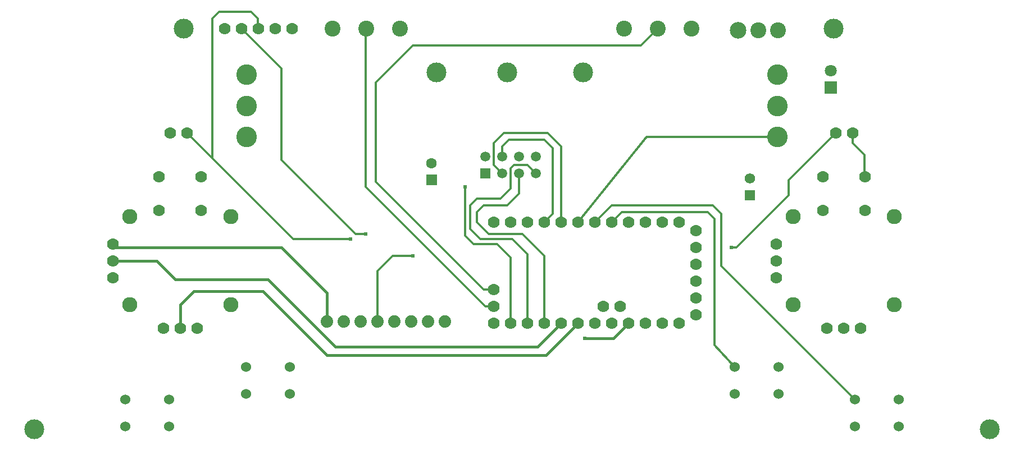
<source format=gbr>
%TF.GenerationSoftware,KiCad,Pcbnew,9.0.2*%
%TF.CreationDate,2025-06-02T23:35:36+05:30*%
%TF.ProjectId,RemoteV2,52656d6f-7465-4563-922e-6b696361645f,rev?*%
%TF.SameCoordinates,Original*%
%TF.FileFunction,Copper,L2,Bot*%
%TF.FilePolarity,Positive*%
%FSLAX46Y46*%
G04 Gerber Fmt 4.6, Leading zero omitted, Abs format (unit mm)*
G04 Created by KiCad (PCBNEW 9.0.2) date 2025-06-02 23:35:36*
%MOMM*%
%LPD*%
G01*
G04 APERTURE LIST*
%TA.AperFunction,NonConductor*%
%ADD10C,0.000000*%
%TD*%
%TA.AperFunction,ViaPad*%
%ADD11C,1.778000*%
%TD*%
%TA.AperFunction,ViaPad*%
%ADD12C,3.000010*%
%TD*%
%TA.AperFunction,ViaPad*%
%ADD13C,0.619760*%
%TD*%
%TA.AperFunction,ViaPad*%
%ADD14C,1.879600*%
%TD*%
%TA.AperFunction,ViaPad*%
%ADD15C,1.498600*%
%TD*%
%TA.AperFunction,ViaPad*%
%ADD16C,2.286000*%
%TD*%
%TA.AperFunction,ViaPad*%
%ADD17C,0.901010*%
%TD*%
%TA.AperFunction,ViaPad*%
%ADD18C,2.400000*%
%TD*%
%TA.AperFunction,ViaPad*%
%ADD19C,1.524000*%
%TD*%
%TA.AperFunction,ViaPad*%
%ADD20C,1.570000*%
%TD*%
%TA.AperFunction,ViaPad*%
%ADD21C,0.891010*%
%TD*%
%TA.AperFunction,ViaPad*%
%ADD22C,3.099990*%
%TD*%
%TA.AperFunction,ViaPad*%
%ADD23C,1.600000*%
%TD*%
%TA.AperFunction,ViaPad*%
%ADD24C,0.915010*%
%TD*%
%TA.AperFunction,ViaPad*%
%ADD25C,1.800000*%
%TD*%
%TA.AperFunction,ViaPad*%
%ADD26C,2.500000*%
%TD*%
%TA.AperFunction,Conductor*%
%ADD27C,0.300000*%
%TD*%
%TA.AperFunction,Conductor*%
%ADD28C,0.400000*%
%TD*%
G04 APERTURE END LIST*
D10*
%TA.AperFunction,NonConductor*%
G36*
X176999000Y-106424000D02*
G01*
X175429000Y-106424000D01*
X175429000Y-104854000D01*
X176999000Y-104854000D01*
X176999000Y-106424000D01*
G37*
%TD.AperFunction*%
%TA.AperFunction,NonConductor*%
G36*
X137085300Y-103086300D02*
G01*
X135586700Y-103086300D01*
X135586700Y-101587700D01*
X137085300Y-101587700D01*
X137085300Y-103086300D01*
G37*
%TD.AperFunction*%
%TA.AperFunction,NonConductor*%
G36*
X189306000Y-90299000D02*
G01*
X187506000Y-90299000D01*
X187506000Y-88499000D01*
X189306000Y-88499000D01*
X189306000Y-90299000D01*
G37*
%TD.AperFunction*%
%TA.AperFunction,NonConductor*%
G36*
X129008000Y-104113000D02*
G01*
X127408000Y-104113000D01*
X127408000Y-102513000D01*
X129008000Y-102513000D01*
X129008000Y-104113000D01*
G37*
%TD.AperFunction*%
D11*
%TO.N,*%
X145226000Y-109709000D03*
D12*
X188851000Y-80473000D03*
D13*
X133288000Y-104369000D03*
D14*
X115000000Y-124689000D03*
X130240000Y-124689000D03*
D11*
X193526000Y-102824000D03*
D15*
X136336000Y-99797000D03*
D16*
X197971000Y-122179000D03*
D11*
X147766000Y-124949000D03*
D16*
X182731000Y-122179000D03*
D17*
X128208000Y-103313000D03*
D11*
X155386000Y-124949000D03*
X97037000Y-80519000D03*
D13*
X151322000Y-127229000D03*
D14*
X125160000Y-124689000D03*
X117540000Y-124689000D03*
D11*
X180191000Y-118064000D03*
D18*
X180435000Y-80742000D03*
D15*
X141416000Y-102337000D03*
D11*
X91378000Y-96241000D03*
X187176000Y-107904000D03*
X104657000Y-80519000D03*
D15*
X138876000Y-99797000D03*
D11*
X137606000Y-119869000D03*
D18*
X157271000Y-80473000D03*
D13*
X173420000Y-113513000D03*
D11*
X88838000Y-96241000D03*
D12*
X90851000Y-80473000D03*
D11*
X87811000Y-125684000D03*
D19*
X198653000Y-136441000D03*
X88653000Y-140505000D03*
D20*
X176214000Y-103099000D03*
D12*
X151068000Y-87097000D03*
D11*
X150306000Y-124949000D03*
D21*
X176214000Y-105639000D03*
D16*
X197971000Y-108869000D03*
D22*
X100351000Y-92172000D03*
D19*
X88653000Y-136441000D03*
X100268000Y-131547000D03*
D15*
X138876000Y-102337000D03*
D14*
X112460000Y-124689000D03*
D13*
X118302000Y-111481000D03*
D11*
X168086000Y-118599000D03*
X152846000Y-124949000D03*
X187811000Y-125684000D03*
X90351000Y-125684000D03*
X150306000Y-109709000D03*
D18*
X167431000Y-80473000D03*
D15*
X143956000Y-99797000D03*
D11*
X102117000Y-80519000D03*
D19*
X192049000Y-140505000D03*
D18*
X123431000Y-80473000D03*
X177436000Y-80742000D03*
D16*
X97971000Y-122179000D03*
D11*
X190351000Y-125684000D03*
D16*
X82731000Y-122179000D03*
D23*
X128208000Y-100813000D03*
D11*
X160466000Y-124949000D03*
D14*
X120080000Y-124689000D03*
D18*
X118351000Y-80473000D03*
D19*
X180532000Y-131547000D03*
D11*
X157926000Y-124949000D03*
D13*
X125414000Y-114783000D03*
D24*
X136336000Y-102337000D03*
D22*
X180351000Y-96871000D03*
D16*
X97971000Y-108869000D03*
D11*
X192891000Y-125684000D03*
X140146000Y-124949000D03*
X87176000Y-102824000D03*
X165546000Y-124949000D03*
D19*
X82049000Y-140505000D03*
D12*
X68351000Y-140973000D03*
D11*
X137606000Y-122409000D03*
X80191000Y-115524000D03*
D12*
X139638000Y-87097000D03*
D19*
X82049000Y-136441000D03*
D11*
X93526000Y-102824000D03*
X180191000Y-115524000D03*
X93526000Y-107904000D03*
X99577000Y-80519000D03*
X165546000Y-109709000D03*
X142686000Y-109709000D03*
X142686000Y-124949000D03*
D18*
X113271000Y-80473000D03*
D11*
X92891000Y-125684000D03*
X187176000Y-102824000D03*
X193526000Y-107904000D03*
D19*
X192049000Y-136441000D03*
D11*
X107197000Y-80519000D03*
X163006000Y-124949000D03*
D25*
X188406000Y-86859000D03*
D22*
X180351000Y-87473000D03*
D11*
X155386000Y-109709000D03*
X137606000Y-109709000D03*
D12*
X212351000Y-140973000D03*
D11*
X168086000Y-121139000D03*
X80191000Y-112984000D03*
X191708000Y-96241000D03*
D19*
X180532000Y-135611000D03*
D11*
X157926000Y-109709000D03*
D14*
X122620000Y-124689000D03*
D18*
X162351000Y-80473000D03*
D14*
X127700000Y-124689000D03*
D11*
X147766000Y-109709000D03*
D22*
X100351000Y-96871000D03*
D15*
X141416000Y-99797000D03*
D26*
X174436000Y-80742000D03*
D13*
X116016000Y-112243000D03*
D11*
X156656000Y-122403000D03*
D19*
X100268000Y-135611000D03*
D11*
X87176000Y-107904000D03*
X180191000Y-112984000D03*
X168086000Y-110979000D03*
D21*
X188406000Y-89399000D03*
D11*
X168086000Y-113519000D03*
X168086000Y-116059000D03*
D19*
X198653000Y-140505000D03*
X173928000Y-135611000D03*
D11*
X160466000Y-109709000D03*
D19*
X106872000Y-131547000D03*
D22*
X100351000Y-87473000D03*
X180351000Y-92172000D03*
D11*
X80191000Y-118064000D03*
X140146000Y-109709000D03*
X189168000Y-96241000D03*
D15*
X143956000Y-102337000D03*
D11*
X145226000Y-124949000D03*
X152846000Y-109709000D03*
X154116000Y-122403000D03*
X137606000Y-124949000D03*
D19*
X106872000Y-135611000D03*
X173928000Y-131547000D03*
D16*
X182731000Y-108869000D03*
D12*
X128970000Y-87097000D03*
D11*
X163006000Y-109709000D03*
D16*
X82731000Y-108869000D03*
D11*
X168086000Y-123679000D03*
%TD*%
D27*
%TO.N,*%
X138114000Y-113005000D02*
X140146000Y-115037000D01*
X140400000Y-112243000D02*
X135574000Y-112243000D01*
X105602000Y-86544000D02*
X99577000Y-80519000D01*
X118302000Y-80523000D02*
X118351000Y-80473000D01*
X135066000Y-109703000D02*
X136844000Y-111481000D01*
D28*
X92394000Y-120117000D02*
X90362000Y-122149000D01*
D27*
X137606000Y-122409000D02*
X136341000Y-122409000D01*
X142686000Y-114529000D02*
X140400000Y-112243000D01*
X134558000Y-113005000D02*
X138114000Y-113005000D01*
X191708000Y-96241000D02*
X191708000Y-97765000D01*
X118302000Y-111481000D02*
X116778000Y-111481000D01*
X156910000Y-108179000D02*
X169864000Y-108179000D01*
X133288000Y-111735000D02*
X134558000Y-113005000D01*
X155391000Y-107163000D02*
X152846000Y-109709000D01*
X140654000Y-101067000D02*
X142686000Y-101067000D01*
X180351000Y-96871000D02*
X160603000Y-96871000D01*
D28*
X80721000Y-113513000D02*
X80191000Y-112984000D01*
D27*
X170626000Y-107163000D02*
X155391000Y-107163000D01*
X141416000Y-105385000D02*
X139638000Y-107163000D01*
X140146000Y-101575000D02*
X140654000Y-101067000D01*
X134050000Y-107163000D02*
X135066000Y-106147000D01*
X173420000Y-113513000D02*
X174182000Y-113513000D01*
X119826000Y-88621000D02*
X125414000Y-83033000D01*
X137606000Y-101068000D02*
X138876000Y-102338000D01*
X95188000Y-100051000D02*
X91378000Y-96241000D01*
X118302000Y-104369000D02*
X118302000Y-80523000D01*
X138876000Y-99798000D02*
X138876000Y-98273000D01*
X141924000Y-111481000D02*
X145226000Y-114783000D01*
D28*
X103570000Y-118339000D02*
X113730000Y-128499000D01*
D27*
X174182000Y-113513000D02*
X182056000Y-105639000D01*
X155386000Y-109709000D02*
X156910000Y-108179000D01*
X137606000Y-97765000D02*
X137606000Y-101068000D01*
X137606000Y-119869000D02*
X136087000Y-119869000D01*
X141416000Y-102337000D02*
X141416000Y-105385000D01*
X136082000Y-107163000D02*
X135066000Y-108179000D01*
X171896000Y-108433000D02*
X170626000Y-107163000D01*
X139130000Y-96241000D02*
X137606000Y-97765000D01*
D28*
X150306000Y-124949000D02*
X145480000Y-129769000D01*
D27*
X193486000Y-99543000D02*
X193486000Y-102784000D01*
X95188000Y-78969000D02*
X96204000Y-77953000D01*
X122366000Y-114783000D02*
X120080000Y-117069000D01*
X192050000Y-136442000D02*
X171896000Y-116313000D01*
X147766000Y-109709000D02*
X147766000Y-98273000D01*
X105602000Y-100305000D02*
X105602000Y-86544000D01*
X95188000Y-100051000D02*
X95188000Y-78969000D01*
X136087000Y-119869000D02*
X119826000Y-103607000D01*
D28*
X155645000Y-127229000D02*
X157926000Y-124949000D01*
D27*
X102046000Y-78969000D02*
X102046000Y-80448000D01*
X146496000Y-98527000D02*
X146496000Y-108439000D01*
X145226000Y-114783000D02*
X145226000Y-124949000D01*
X135066000Y-108179000D02*
X135066000Y-109703000D01*
X116016000Y-112243000D02*
X107380000Y-112243000D01*
X96204000Y-77953000D02*
X101030000Y-77953000D01*
X140146000Y-115037000D02*
X140146000Y-124949000D01*
X120080000Y-117069000D02*
X120080000Y-124689000D01*
D28*
X151322000Y-127229000D02*
X155645000Y-127229000D01*
D27*
X139892000Y-97257000D02*
X145226000Y-97257000D01*
X160603000Y-96871000D02*
X150306000Y-109709000D01*
D28*
X89600000Y-118339000D02*
X103570000Y-118339000D01*
X145480000Y-129769000D02*
X112460000Y-129769000D01*
D27*
X142686000Y-101067000D02*
X143956000Y-102337000D01*
X191708000Y-97765000D02*
X193486000Y-99543000D01*
D28*
X90362000Y-122149000D02*
X90351000Y-125685000D01*
D27*
X140146000Y-104623000D02*
X140146000Y-101575000D01*
X182056000Y-103353000D02*
X189168000Y-96241000D01*
X159791000Y-83033000D02*
X162351000Y-80473000D01*
X125414000Y-114783000D02*
X122366000Y-114783000D01*
D28*
X112460000Y-124690000D02*
X112460000Y-120371000D01*
D27*
X170880000Y-128271000D02*
X173928000Y-131547000D01*
X101030000Y-77953000D02*
X102046000Y-78969000D01*
X138622000Y-106147000D02*
X140146000Y-104623000D01*
D28*
X105602000Y-113513000D02*
X80721000Y-113513000D01*
D27*
X139638000Y-107163000D02*
X136082000Y-107163000D01*
X171896000Y-116313000D02*
X171896000Y-108433000D01*
D28*
X86785000Y-115525000D02*
X89600000Y-118339000D01*
X80191000Y-115525000D02*
X86785000Y-115525000D01*
D27*
X147766000Y-98273000D02*
X145734000Y-96241000D01*
X135574000Y-112243000D02*
X134050000Y-110719000D01*
D28*
X112460000Y-129769000D02*
X102808000Y-120117000D01*
D27*
X169864000Y-108179000D02*
X170880000Y-109195000D01*
X116778000Y-111481000D02*
X105602000Y-100305000D01*
X134050000Y-110719000D02*
X134050000Y-107163000D01*
X145226000Y-97257000D02*
X146496000Y-98527000D01*
X138876000Y-98273000D02*
X139892000Y-97257000D01*
X136844000Y-111481000D02*
X141924000Y-111481000D01*
D28*
X113730000Y-128499000D02*
X144215000Y-128499000D01*
D27*
X102046000Y-80448000D02*
X102117000Y-80519000D01*
X193486000Y-102784000D02*
X193526000Y-102824000D01*
X133288000Y-104369000D02*
X133288000Y-111735000D01*
X135066000Y-106147000D02*
X138622000Y-106147000D01*
D28*
X112460000Y-120371000D02*
X105602000Y-113513000D01*
D27*
X145734000Y-96241000D02*
X139130000Y-96241000D01*
D28*
X102808000Y-120117000D02*
X92394000Y-120117000D01*
D27*
X119826000Y-103607000D02*
X119826000Y-88621000D01*
X136341000Y-122409000D02*
X118302000Y-104369000D01*
X182056000Y-105639000D02*
X182056000Y-103353000D01*
X170880000Y-109195000D02*
X170880000Y-128271000D01*
X142686000Y-124949000D02*
X142686000Y-114529000D01*
X146496000Y-108439000D02*
X145226000Y-109709000D01*
X125414000Y-83033000D02*
X159791000Y-83033000D01*
D28*
X144215000Y-128499000D02*
X147766000Y-124949000D01*
D27*
X107380000Y-112243000D02*
X95188000Y-100051000D01*
%TD*%
M02*

</source>
